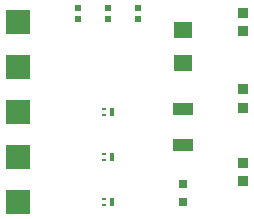
<source format=gbr>
G04 EAGLE Gerber RS-274X export*
G75*
%MOMM*%
%FSLAX34Y34*%
%LPD*%
%INSolderpaste Top*%
%IPPOS*%
%AMOC8*
5,1,8,0,0,1.08239X$1,22.5*%
G01*
G04 Define Apertures*
%ADD10R,0.620000X0.560000*%
%ADD11R,1.750000X1.100000*%
%ADD12R,0.400000X0.250000*%
%ADD13R,0.400000X0.700000*%
%ADD14R,0.950000X0.900000*%
%ADD15R,1.500000X1.400000*%
%ADD16R,0.800000X0.800000*%
%ADD17R,2.000000X2.000000*%
D10*
X139700Y192824D03*
X139700Y202424D03*
X114300Y192824D03*
X114300Y202424D03*
X88900Y192824D03*
X88900Y202424D03*
D11*
X177800Y116600D03*
X177800Y86600D03*
D12*
X110800Y116550D03*
X110800Y112050D03*
D13*
X117800Y114300D03*
D12*
X110800Y78450D03*
X110800Y73950D03*
D13*
X117800Y76200D03*
D12*
X110800Y40350D03*
X110800Y35850D03*
D13*
X117800Y38100D03*
D14*
X228600Y198500D03*
X228600Y182500D03*
X228600Y133626D03*
X228600Y117626D03*
X228600Y71500D03*
X228600Y55500D03*
D15*
X177800Y184024D03*
X177800Y156024D03*
D16*
X177800Y38100D03*
X177800Y53100D03*
D17*
X38100Y190500D03*
X38100Y152400D03*
X38100Y114300D03*
X38100Y76200D03*
X38100Y38100D03*
M02*

</source>
